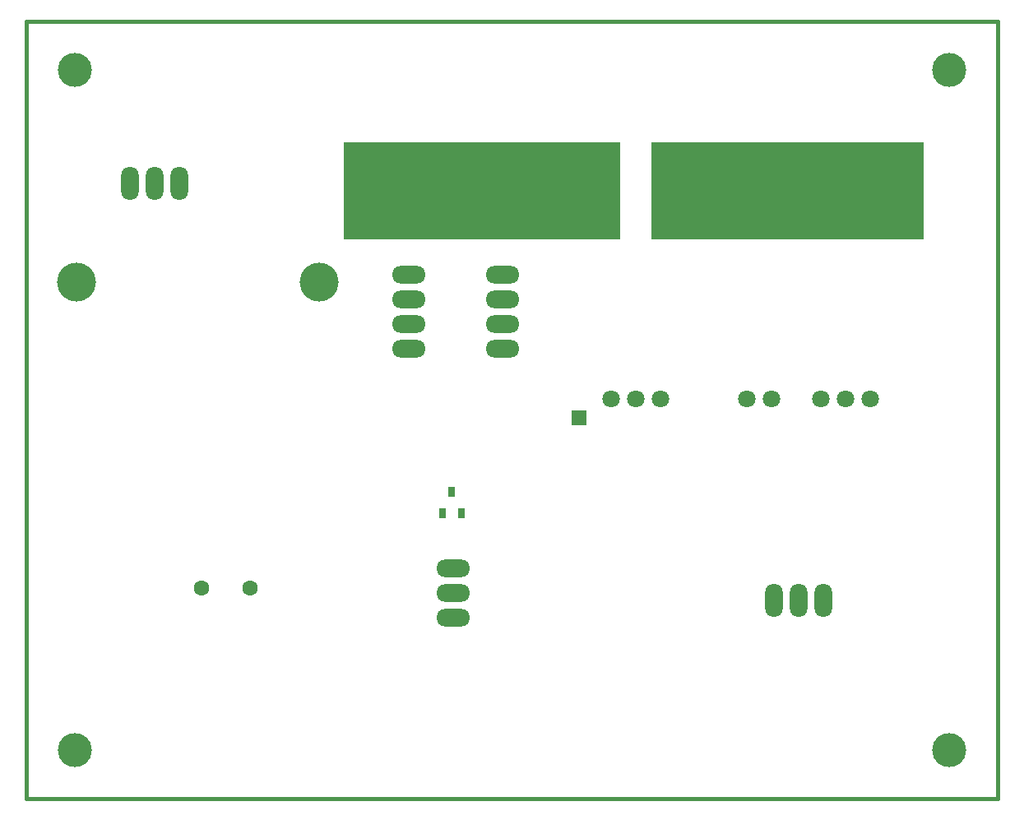
<source format=gbs>
G04 #@! TF.FileFunction,Soldermask,Bot*
%FSLAX46Y46*%
G04 Gerber Fmt 4.6, Leading zero omitted, Abs format (unit mm)*
G04 Created by KiCad (PCBNEW (2014-11-19 BZR 5293)-product) date Mo 24 Nov 2014 23:54:54 CET*
%MOMM*%
G01*
G04 APERTURE LIST*
%ADD10C,0.100000*%
%ADD11C,0.381000*%
%ADD12O,1.800860X3.500120*%
%ADD13O,3.500120X1.800860*%
%ADD14C,1.600200*%
%ADD15R,1.500000X1.500000*%
%ADD16C,1.800000*%
%ADD17R,7.000000X10.000000*%
%ADD18R,0.800100X1.000760*%
%ADD19C,4.000000*%
%ADD20R,11.000000X10.000000*%
%ADD21C,3.500120*%
G04 APERTURE END LIST*
D10*
D11*
X62484000Y-109855000D02*
X62484000Y-29855160D01*
X62484000Y-29855160D02*
X162483800Y-29855160D01*
X162483800Y-29855160D02*
X162483800Y-109855000D01*
X162483800Y-109855000D02*
X62484000Y-109855000D01*
D12*
X73152000Y-46482000D03*
X75692000Y-46482000D03*
X78232000Y-46482000D03*
X144526000Y-89408000D03*
X141986000Y-89408000D03*
X139446000Y-89408000D03*
D13*
X106426000Y-91186000D03*
X106426000Y-88646000D03*
X106426000Y-86106000D03*
X111506000Y-63500000D03*
X111506000Y-60960000D03*
X111506000Y-58420000D03*
X111506000Y-55880000D03*
X101854000Y-63500000D03*
X101854000Y-60960000D03*
X101854000Y-58420000D03*
X101854000Y-55880000D03*
D14*
X85558000Y-88138000D03*
X80558000Y-88138000D03*
D15*
X119380000Y-70612000D03*
D16*
X122682000Y-68707000D03*
X125222000Y-68707000D03*
X127762000Y-68707000D03*
D17*
X120142000Y-47244000D03*
X130302000Y-47244000D03*
D16*
X136652000Y-68707000D03*
X139192000Y-68707000D03*
X144272000Y-68707000D03*
X146812000Y-68707000D03*
X149352000Y-68707000D03*
D18*
X106299000Y-78275180D03*
X105346500Y-80474820D03*
X107251500Y-80474820D03*
D19*
X67637660Y-56642000D03*
X92636340Y-56642000D03*
D20*
X138557000Y-47244000D03*
X149352000Y-47244000D03*
X100711000Y-47244000D03*
X111506000Y-47244000D03*
D21*
X67485260Y-104853740D03*
X67485260Y-34853880D03*
X157485080Y-34853880D03*
X157485080Y-104853740D03*
M02*

</source>
